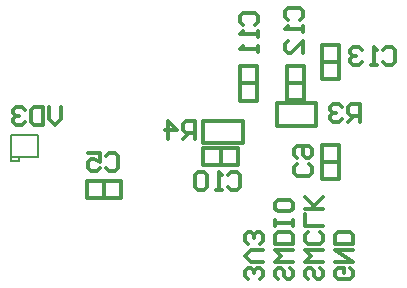
<source format=gbo>
G04*
G04 #@! TF.GenerationSoftware,Altium Limited,Altium Designer,21.0.8 (223)*
G04*
G04 Layer_Color=32896*
%FSLAX24Y24*%
%MOIN*%
G70*
G04*
G04 #@! TF.SameCoordinates,F91D3ADF-50DC-415E-B976-C9826125F88D*
G04*
G04*
G04 #@! TF.FilePolarity,Positive*
G04*
G01*
G75*
%ADD11C,0.0118*%
%ADD61C,0.0059*%
D11*
X12304Y6028D02*
Y6599D01*
X11739Y6028D02*
X12875D01*
X11733D02*
Y6599D01*
X11739D02*
X12869D01*
X12875Y6028D02*
Y6599D01*
X13058Y6739D02*
Y7498D01*
X11733Y6739D02*
X13058D01*
X11733Y7498D02*
X13058Y7498D01*
X11733Y6739D02*
Y7498D01*
X15690Y6134D02*
X16261D01*
Y5569D02*
Y6705D01*
X15690Y5563D02*
X16261D01*
X15690Y5569D02*
Y6699D01*
Y6705D02*
X16261D01*
X12950Y8170D02*
X13521D01*
Y8176D02*
Y9306D01*
X12950Y9312D02*
X13521D01*
X12950Y8170D02*
Y9306D01*
Y8741D02*
X13521D01*
X14528Y8751D02*
X15099D01*
X14528Y8180D02*
Y9316D01*
Y9322D02*
X15099D01*
Y8186D02*
Y9316D01*
X14528Y8180D02*
X15099D01*
X15690Y9445D02*
X16261D01*
Y8880D02*
Y10015D01*
X15690Y8874D02*
X16261D01*
X15690Y8880D02*
Y10010D01*
Y10015D02*
X16261D01*
X15496Y7333D02*
Y8092D01*
X14171Y7333D02*
X15496Y7333D01*
X14171Y8092D02*
X15496D01*
X14171Y7333D02*
Y8092D01*
X7842Y4906D02*
Y5477D01*
X7848Y4906D02*
X8978D01*
X8984D02*
Y5477D01*
X7842D02*
X8978D01*
X8413Y4906D02*
Y5477D01*
X6996Y7970D02*
Y7570D01*
X6796Y7371D01*
X6596Y7570D01*
Y7970D01*
X6396D02*
Y7371D01*
X6096D01*
X5996Y7471D01*
Y7870D01*
X6096Y7970D01*
X6396D01*
X5796Y7870D02*
X5696Y7970D01*
X5496D01*
X5397Y7870D01*
Y7770D01*
X5496Y7670D01*
X5596D01*
X5496D01*
X5397Y7570D01*
Y7471D01*
X5496Y7371D01*
X5696D01*
X5796Y7471D01*
X13625Y2210D02*
X13724Y2308D01*
Y2505D01*
X13625Y2604D01*
X13527D01*
X13428Y2505D01*
Y2407D01*
Y2505D01*
X13330Y2604D01*
X13232D01*
X13133Y2505D01*
Y2308D01*
X13232Y2210D01*
X13724Y2800D02*
X13330D01*
X13133Y2997D01*
X13330Y3194D01*
X13724D01*
X13625Y3391D02*
X13724Y3489D01*
Y3686D01*
X13625Y3784D01*
X13527D01*
X13428Y3686D01*
Y3588D01*
Y3686D01*
X13330Y3784D01*
X13232D01*
X13133Y3686D01*
Y3489D01*
X13232Y3391D01*
X14625Y2604D02*
X14724Y2505D01*
Y2308D01*
X14625Y2210D01*
X14527D01*
X14428Y2308D01*
Y2505D01*
X14330Y2604D01*
X14232D01*
X14133Y2505D01*
Y2308D01*
X14232Y2210D01*
X14724Y2800D02*
X14133D01*
X14330Y2997D01*
X14133Y3194D01*
X14724D01*
Y3391D02*
X14133D01*
Y3686D01*
X14232Y3784D01*
X14625D01*
X14724Y3686D01*
Y3391D01*
Y3981D02*
Y4178D01*
Y4079D01*
X14133D01*
Y3981D01*
Y4178D01*
X14724Y4768D02*
Y4571D01*
X14625Y4473D01*
X14232D01*
X14133Y4571D01*
Y4768D01*
X14232Y4867D01*
X14625D01*
X14724Y4768D01*
X16625Y2604D02*
X16724Y2505D01*
Y2308D01*
X16625Y2210D01*
X16232D01*
X16133Y2308D01*
Y2505D01*
X16232Y2604D01*
X16428D01*
Y2407D01*
X16133Y2800D02*
X16724D01*
X16133Y3194D01*
X16724D01*
Y3391D02*
X16133D01*
Y3686D01*
X16232Y3784D01*
X16625D01*
X16724Y3686D01*
Y3391D01*
X15625Y2604D02*
X15724Y2505D01*
Y2308D01*
X15625Y2210D01*
X15527D01*
X15428Y2308D01*
Y2505D01*
X15330Y2604D01*
X15232D01*
X15133Y2505D01*
Y2308D01*
X15232Y2210D01*
X15724Y2800D02*
X15133D01*
X15330Y2997D01*
X15133Y3194D01*
X15724D01*
X15625Y3784D02*
X15724Y3686D01*
Y3489D01*
X15625Y3391D01*
X15232D01*
X15133Y3489D01*
Y3686D01*
X15232Y3784D01*
X15724Y3981D02*
X15133D01*
Y4375D01*
X15724Y4571D02*
X15133D01*
X15330D01*
X15724Y4965D01*
X15428Y4670D01*
X15133Y4965D01*
X12540Y5690D02*
X12640Y5790D01*
X12840D01*
X12940Y5690D01*
Y5290D01*
X12840Y5190D01*
X12640D01*
X12540Y5290D01*
X12340Y5190D02*
X12140D01*
X12240D01*
Y5790D01*
X12340Y5690D01*
X11840D02*
X11740Y5790D01*
X11540D01*
X11440Y5690D01*
Y5290D01*
X11540Y5190D01*
X11740D01*
X11840Y5290D01*
Y5690D01*
X11440Y6880D02*
Y7480D01*
X11140D01*
X11040Y7380D01*
Y7180D01*
X11140Y7080D01*
X11440D01*
X11240D02*
X11040Y6880D01*
X10540D02*
Y7480D01*
X10840Y7180D01*
X10440D01*
X16940Y7440D02*
Y8040D01*
X16640D01*
X16540Y7940D01*
Y7740D01*
X16640Y7640D01*
X16940D01*
X16740D02*
X16540Y7440D01*
X16340Y7940D02*
X16240Y8040D01*
X16040D01*
X15940Y7940D01*
Y7840D01*
X16040Y7740D01*
X16140D01*
X16040D01*
X15940Y7640D01*
Y7540D01*
X16040Y7440D01*
X16240D01*
X16340Y7540D01*
X17730Y9840D02*
X17830Y9940D01*
X18030D01*
X18130Y9840D01*
Y9440D01*
X18030Y9340D01*
X17830D01*
X17730Y9440D01*
X17530Y9340D02*
X17330D01*
X17430D01*
Y9940D01*
X17530Y9840D01*
X17030D02*
X16930Y9940D01*
X16730D01*
X16630Y9840D01*
Y9740D01*
X16730Y9640D01*
X16830D01*
X16730D01*
X16630Y9540D01*
Y9440D01*
X16730Y9340D01*
X16930D01*
X17030Y9440D01*
X14537Y10853D02*
X14437Y10953D01*
Y11153D01*
X14537Y11253D01*
X14937D01*
X15037Y11153D01*
Y10953D01*
X14937Y10853D01*
X15037Y10653D02*
Y10453D01*
Y10553D01*
X14437D01*
X14537Y10653D01*
X15037Y9753D02*
Y10153D01*
X14637Y9753D01*
X14537D01*
X14437Y9853D01*
Y10053D01*
X14537Y10153D01*
X13070Y10684D02*
X12970Y10784D01*
Y10984D01*
X13070Y11084D01*
X13470D01*
X13570Y10984D01*
Y10784D01*
X13470Y10684D01*
X13570Y10484D02*
Y10284D01*
Y10384D01*
X12970D01*
X13070Y10484D01*
X13570Y9984D02*
Y9784D01*
Y9884D01*
X12970D01*
X13070Y9984D01*
X15255Y6044D02*
X15355Y5944D01*
Y5744D01*
X15255Y5644D01*
X14855D01*
X14755Y5744D01*
Y5944D01*
X14855Y6044D01*
Y6244D02*
X14755Y6344D01*
Y6544D01*
X14855Y6644D01*
X15255D01*
X15355Y6544D01*
Y6344D01*
X15255Y6244D01*
X15155D01*
X15055Y6344D01*
Y6644D01*
X8486Y6321D02*
X8586Y6421D01*
X8785D01*
X8885Y6321D01*
Y5921D01*
X8785Y5821D01*
X8586D01*
X8486Y5921D01*
X7886Y6421D02*
X8286D01*
Y6121D01*
X8086Y6221D01*
X7986D01*
X7886Y6121D01*
Y5921D01*
X7986Y5821D01*
X8186D01*
X8286Y5921D01*
D61*
X5581Y6156D02*
Y6294D01*
X5306Y6156D02*
X5581D01*
X5306D02*
Y6294D01*
X6231D01*
Y7022D01*
X5306D02*
X6231D01*
X5306Y6294D02*
Y7022D01*
M02*

</source>
